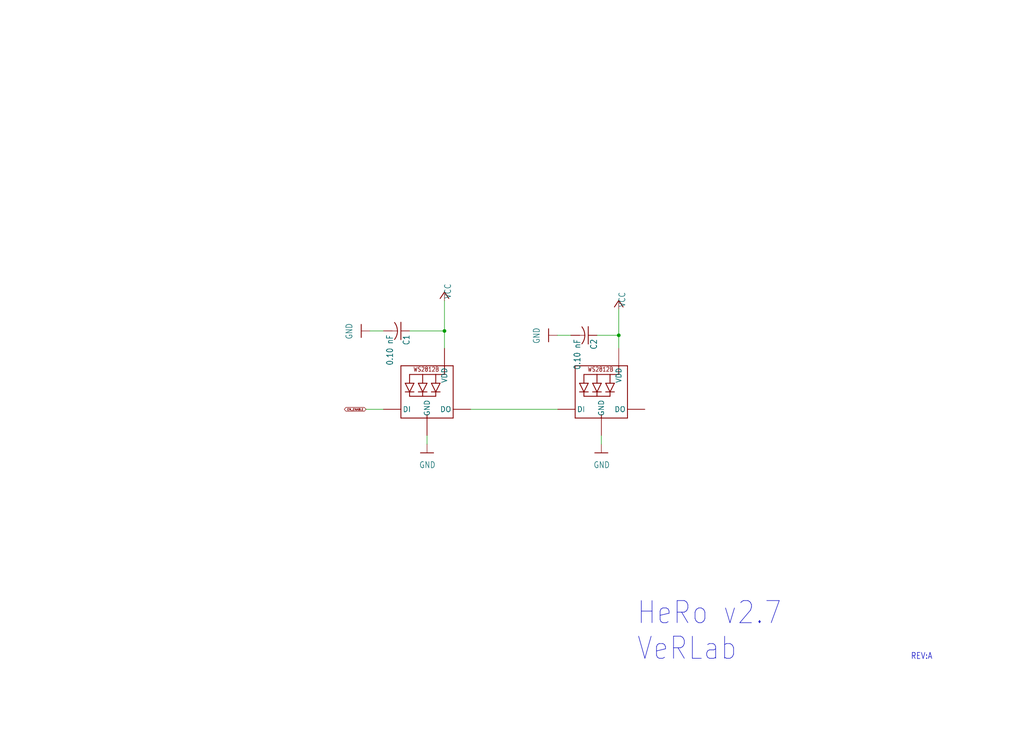
<source format=kicad_sch>
(kicad_sch (version 20250114) (generator "eeschema") (generator_version "9.0")
  (paper "User" 298.45 217.322)
  (lib_symbols
    (symbol "board-eagle-import:adafruit_420_C-USC0603"
      (property "Reference" "C" (at 1.016 0.635 0))
      (symbol "adafruit_420_C-USC0603_1_0"
        (polyline (pts (xy -2.54 0) (xy 2.54 0)) (stroke (width 0.254)))
        (arc (start 0 -1) (mid 1.3158 -1.2195) (end 2.4892 -1.8541) (stroke (width 0.254)))
        (arc (start -2.4668 -1.8504) (mid -1.302 -1.2303) (end 0 -1.0161) (stroke (width 0.254)))
        (polyline (pts (xy 0 -1.016) (xy 0 -2.54)) (stroke (width 0.1524)))
        (pin passive line (at 0 2.54 270) (length 2.54) (name "1") (number "1"))
        (pin passive line (at 0 -5.08 90) (length 2.54) (name "2") (number "2"))
      )
    )
    (symbol "board-eagle-import:adafruit_420_WS2812B5050"
      (symbol "adafruit_420_WS2812B5050_1_0"
        (polyline (pts (xy -7.62 10.16) (xy -7.62 -2.54)) (stroke (width 0.254)))
        (polyline (pts (xy -7.62 -2.54) (xy -7.62 -5.08)) (stroke (width 0.254)))
        (polyline (pts (xy -7.62 -5.08) (xy 0 -5.08)) (stroke (width 0.254)))
        (polyline (pts (xy -6.35 5.08) (xy -5.08 5.08)) (stroke (width 0.254)))
        (polyline (pts (xy -6.35 2.54) (xy -5.08 2.54)) (stroke (width 0.254)))
        (polyline (pts (xy -5.08 7.62) (xy -5.08 5.08)) (stroke (width 0.254)))
        (polyline (pts (xy -5.08 5.08) (xy -3.81 5.08)) (stroke (width 0.254)))
        (polyline (pts (xy -5.08 2.54) (xy -6.35 5.08)) (stroke (width 0.254)))
        (polyline (pts (xy -5.08 2.54) (xy -5.08 1.27)) (stroke (width 0.254)))
        (polyline (pts (xy -5.08 2.54) (xy -3.81 5.08)) (stroke (width 0.254)))
        (polyline (pts (xy -3.81 2.54) (xy -5.08 2.54)) (stroke (width 0.254)))
        (polyline (pts (xy -2.54 5.08) (xy 0 5.08)) (stroke (width 0.254)))
        (polyline (pts (xy -2.54 2.54) (xy -1.27 2.54)) (stroke (width 0.254)))
        (polyline (pts (xy -1.27 7.62) (xy -5.08 7.62)) (stroke (width 0.254)))
        (polyline (pts (xy -1.27 5.08) (xy -1.27 7.62)) (stroke (width 0.254)))
        (polyline (pts (xy -1.27 2.54) (xy -2.54 5.08)) (stroke (width 0.254)))
        (polyline (pts (xy -1.27 2.54) (xy -1.27 1.27)) (stroke (width 0.254)))
        (polyline (pts (xy -1.27 2.54) (xy 0 2.54)) (stroke (width 0.254)))
        (polyline (pts (xy -1.27 1.27) (xy -5.08 1.27)) (stroke (width 0.254)))
        (polyline (pts (xy 0 5.08) (xy -1.27 2.54)) (stroke (width 0.254)))
        (polyline (pts (xy 0 -4.064) (xy 0 -5.08)) (stroke (width 0.254)))
        (polyline (pts (xy 0 -5.08) (xy 7.62 -5.08)) (stroke (width 0.254)))
        (polyline (pts (xy 1.27 5.08) (xy 2.54 5.08)) (stroke (width 0.254)))
        (polyline (pts (xy 1.27 5.08) (xy 2.54 2.54)) (stroke (width 0.254)))
        (polyline (pts (xy 2.54 7.62) (xy -1.27 7.62)) (stroke (width 0.254)))
        (polyline (pts (xy 2.54 7.62) (xy 5.08 7.62)) (stroke (width 0.254)))
        (polyline (pts (xy 2.54 5.08) (xy 2.54 7.62)) (stroke (width 0.254)))
        (polyline (pts (xy 2.54 2.54) (xy 1.27 2.54)) (stroke (width 0.254)))
        (polyline (pts (xy 2.54 2.54) (xy 2.54 1.27)) (stroke (width 0.254)))
        (polyline (pts (xy 2.54 2.54) (xy 3.81 5.08)) (stroke (width 0.254)))
        (polyline (pts (xy 2.54 2.54) (xy 3.81 2.54)) (stroke (width 0.254)))
        (polyline (pts (xy 2.54 1.27) (xy -1.27 1.27)) (stroke (width 0.254)))
        (polyline (pts (xy 3.81 5.08) (xy 2.54 5.08)) (stroke (width 0.254)))
        (polyline (pts (xy 5.08 10.16) (xy -7.62 10.16)) (stroke (width 0.254)))
        (polyline (pts (xy 5.08 10.16) (xy 5.08 7.62)) (stroke (width 0.254)))
        (polyline (pts (xy 7.62 10.16) (xy 5.08 10.16)) (stroke (width 0.254)))
        (polyline (pts (xy 7.62 -2.54) (xy 7.62 10.16)) (stroke (width 0.254)))
        (polyline (pts (xy 7.62 -5.08) (xy 7.62 -2.54)) (stroke (width 0.254)))
        (text "WS2812B" (at -4.064 8.382 0) (effects (font (size 1.27 1.0795)) (justify left bottom)))
        (pin input line (at -12.7 -2.54 0) (length 5.08) (name "DI") (number "4-DIN"))
        (pin power_in line (at 0 -10.16 90) (length 5.08) (name "GND") (number "3-GND"))
        (pin power_in line (at 5.08 15.24 270) (length 5.08) (name "VDD") (number "1-VDD"))
        (pin output line (at 12.7 -2.54 180) (length 5.08) (name "DO") (number "2-DOUT"))
      )
    )
    (symbol "board-eagle-import:supply1_371_GND" (power)
      (symbol "supply1_371_GND_1_0"
        (polyline (pts (xy -1.905 0) (xy 1.905 0)) (stroke (width 0.254)))
        (pin power_in line (at 0 2.54 270) (length 2.54) (name "GND") (number "1"))
      )
    )
    (symbol "board-eagle-import:supply1_371_VCC" (power)
      (symbol "supply1_371_VCC_1_0"
        (polyline (pts (xy 0 0) (xy -1.27 -1.905)) (stroke (width 0.254)))
        (polyline (pts (xy 1.27 -1.905) (xy 0 0)) (stroke (width 0.254)))
        (pin power_in line (at 0 -2.54 90) (length 2.54) (name "VCC") (number "1"))
      )
    )
  )
  (text "HeRo v2.7\nVeRLab" (at 185.5 193.04 0) (effects (font (size 6.4516 5.4838)) (justify left bottom)))
  (text "REV:A" (at 265.43 192.532 0) (effects (font (size 1.778 1.5113)) (justify left bottom)))
  (junction (at 129.54 96.52))
  (junction (at 180.34 97.79))
  (wire (pts (xy 107.823 96.52) (xy 111.76 96.52)) (stroke (width 0.1524)))
  (wire (pts (xy 129.54 87.7062) (xy 129.54 96.52)) (stroke (width 0.1524)))
  (wire (pts (xy 137.16 119.38) (xy 162.56 119.38)) (stroke (width 0.1524)))
  (wire (pts (xy 175.26 129.54) (xy 175.26 127)) (stroke (width 0.1524)))
  (wire (pts (xy 124.46 129.54) (xy 124.46 127)) (stroke (width 0.1524)))
  (wire (pts (xy 173.99 97.79) (xy 180.34 97.79)))
  (wire (pts (xy 180.34 97.79) (xy 180.34 101.6)))
  (wire (pts (xy 129.54 96.52) (xy 129.54 101.6)) (stroke (width 0.1524)))
  (wire (pts (xy 162.433 97.79) (xy 166.37 97.79)) (stroke (width 0.1524)))
  (wire (pts (xy 119.38 96.52) (xy 129.54 96.52)))
  (wire (pts (xy 111.76 119.38) (xy 106.68 119.38)) (stroke (width 0.1524)))
  (wire (pts (xy 180.34 90.17) (xy 180.34 97.79)))
  (global_label "EM_ENABLE" (shape bidirectional) (at 106.68 119.38 180) (effects (font (size 0.569 0.569))) (property "Intersheetrefs" "${INTERSHEET_REFS}" (effects (hide yes))))
  (symbol (lib_id "board-eagle-import:adafruit_420_WS2812B5050") (at 124.46 116.84 0) (unit 1)
    (property "Reference" "LED0" (effects (hide yes)))
    (property "Value" "WS2812B5050" (effects (hide yes)))
    (property "Footprint" "board:WS2812B" (effects (hide yes)))
  )
  (symbol (lib_id "board-eagle-import:adafruit_420_C-USC0603") (at 116.84 96.52 270) (unit 1)
    (property "Reference" "C1" (at 117.475 97.536 0) (effects (font (size 1.778 1.5113)) (justify left bottom)))
    (property "Value" "0.10 nF" (at 112.649 97.536 0) (effects (font (size 1.778 1.5113)) (justify left bottom)))
    (property "Footprint" "board:C0603_348" (effects (hide yes)))
  )
  (symbol (lib_id "board-eagle-import:supply1_371_VCC") (at 129.54 85.1662 0) (unit 1)
    (property "Reference" "#P+3" (effects (hide yes)))
    (property "Value" "VCC" (at 129.54 82.6262 90) (effects (font (size 1.778 1.5113)) (justify right top)))
  )
  (symbol (lib_id "board-eagle-import:supply1_371_GND") (at 159.893 97.79 270) (unit 1)
    (property "Reference" "#GND17" (effects (hide yes)))
    (property "Value" "GND" (at 157.353 100.33 0) (effects (font (size 1.778 1.5113)) (justify right top)))
  )
  (symbol (lib_id "board-eagle-import:supply1_371_GND") (at 124.46 132.08 0) (unit 1)
    (property "Reference" "#GND3" (effects (hide yes)))
    (property "Value" "GND" (at 127 134.62 0) (effects (font (size 1.778 1.5113)) (justify right top)))
  )
  (symbol (lib_id "board-eagle-import:adafruit_420_WS2812B5050") (at 175.26 116.84 0) (unit 1)
    (property "Reference" "LED1" (effects (hide yes)))
    (property "Value" "WS2812B5050" (effects (hide yes)))
    (property "Footprint" "board:WS2812B" (effects (hide yes)))
  )
  (symbol (lib_id "board-eagle-import:supply1_371_GND") (at 105.283 96.52 270) (unit 1)
    (property "Reference" "#GND16" (effects (hide yes)))
    (property "Value" "GND" (at 102.743 99.06 0) (effects (font (size 1.778 1.5113)) (justify right top)))
  )
  (symbol (lib_id "board-eagle-import:adafruit_420_C-USC0603") (at 171.45 97.79 270) (unit 1)
    (property "Reference" "C2" (at 172.085 98.806 0) (effects (font (size 1.778 1.5113)) (justify left bottom)))
    (property "Value" "0.10 nF" (at 167.259 98.806 0) (effects (font (size 1.778 1.5113)) (justify left bottom)))
    (property "Footprint" "board:C0603_348" (effects (hide yes)))
  )
  (symbol (lib_id "board-eagle-import:supply1_371_VCC") (at 180.34 87.63 0) (unit 1)
    (property "Reference" "#P+4" (effects (hide yes)))
    (property "Value" "VCC" (at 180.34 85.09 90) (effects (font (size 1.778 1.5113)) (justify right top)))
  )
  (symbol (lib_id "board-eagle-import:supply1_371_GND") (at 175.26 132.08 0) (unit 1)
    (property "Reference" "#GND10" (effects (hide yes)))
    (property "Value" "GND" (at 177.8 134.62 0) (effects (font (size 1.778 1.5113)) (justify right top)))
  )
)
</source>
